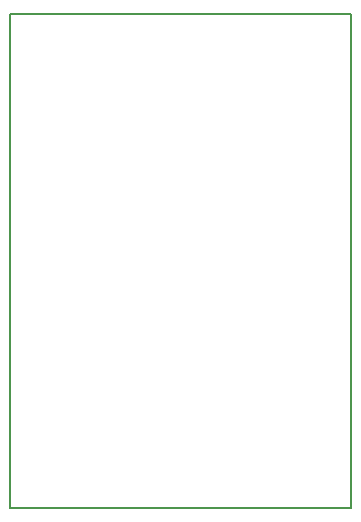
<source format=gm1>
G04 MADE WITH FRITZING*
G04 WWW.FRITZING.ORG*
G04 DOUBLE SIDED*
G04 HOLES PLATED*
G04 CONTOUR ON CENTER OF CONTOUR VECTOR*
%ASAXBY*%
%FSLAX23Y23*%
%MOIN*%
%OFA0B0*%
%SFA1.0B1.0*%
%ADD10R,1.145670X1.657480*%
%ADD11C,0.008000*%
%ADD10C,0.008*%
%LNCONTOUR*%
G90*
G70*
G54D10*
G54D11*
X4Y1653D02*
X1142Y1653D01*
X1142Y4D01*
X4Y4D01*
X4Y1653D01*
D02*
G04 End of contour*
M02*
</source>
